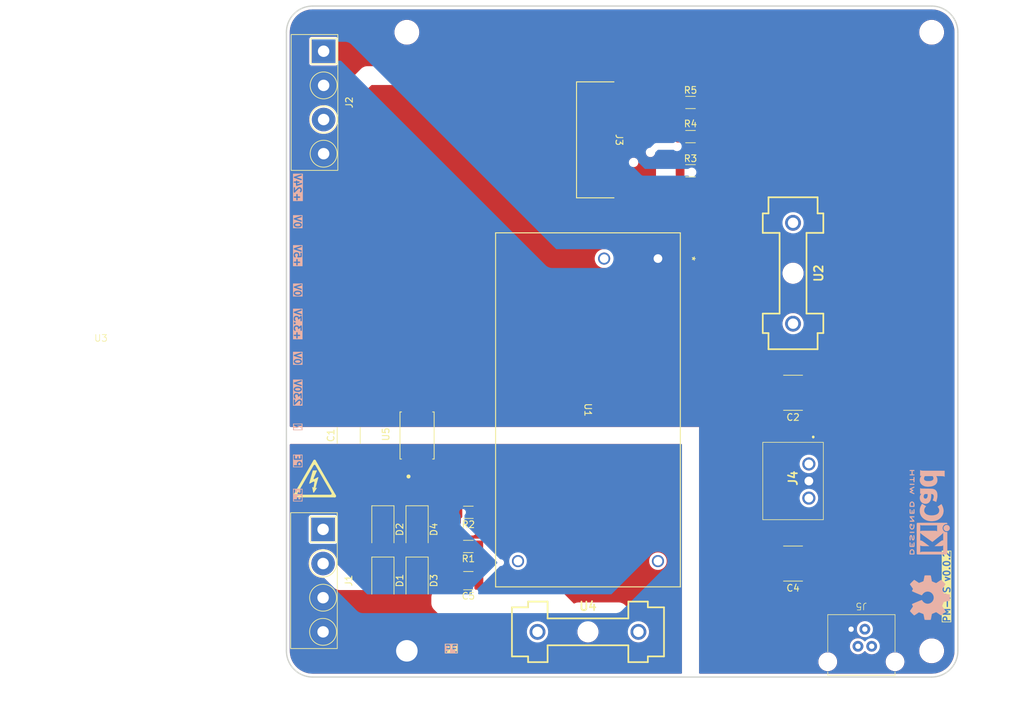
<source format=kicad_pcb>
(kicad_pcb (version 20240108) (generator "pcbnew") (generator_version "8.0")
  (title_block (title "${article} v${version}"))
  (layers (0 "F.Cu" signal) (31 "B.Cu" signal) (34 "B.Paste" user) (35 "F.Paste" user) (36 "B.SilkS" user "B.Silkscreen") (37 "F.SilkS" user "F.Silkscreen") (38 "B.Mask" user) (39 "F.Mask" user) (44 "Edge.Cuts" user))
  (property "article" "PM-PS")
  (property "version" "0.0.2")
  (net 0 "")
  (net 1 "GND")
  (net 2 "Net-(J1-Pin_1)")
  (net 3 "+5V")
  (net 4 "Net-(D1-K)")
  (net 5 "PE")
  (net 6 "230V")
  (net 7 "N")
  (net 8 "+24V")
  (net 9 "Net-(J4-VIN)")
  (net 10 "Net-(D1-A)")
  (net 11 "Net-(D2-K)")
  (net 12 "Net-(D3-K)")
  (net 13 "/subplates/+5V_LED")
  (net 16 "/subplates/230V_LED")
  (net 20 "/subplates/+24V_LED")
  (net 22 "/230V_LED")
  (net 23 "+3.3V")
  (footprint "Resistor_SMD:R_1206_3216Metric_Pad1.30x1.75mm_HandSolder" (layer "F.Cu") (at 85.09 64.77)
    (property "Reference" "R5" (at 0 -1.82 0) (layer "F.SilkS"))
    (property "Value" "4k7")
    (pad "1" smd roundrect (at -1.55 0) (size 1.3 1.75) (layers "F.Cu" "F.Paste" "F.Mask") (roundrect_rratio 0.192308) (net 8 "+24V"))
    (pad "2" smd roundrect (at 1.55 0) (size 1.3 1.75) (layers "F.Cu" "F.Paste" "F.Mask") (roundrect_rratio 0.192308) (net 20 "/subplates/+24V_LED"))
  )
  (footprint "Diode_SMD:D_SMA" (layer "F.Cu") (at 39.37 128.27 -90)
    (property "Reference" "D2" (at 0 -2.5 90) (layer "F.SilkS"))
    (property "Value" "1N4007")
    (pad "1" smd roundrect (at -2 0 270) (size 2.5 1.8) (layers "F.Cu" "F.Paste" "F.Mask") (roundrect_rratio 0.1388888889) (net 11 "Net-(D2-K)"))
    (pad "2" smd roundrect (at 2 0 270) (size 2.5 1.8) (layers "F.Cu" "F.Paste" "F.Mask") (roundrect_rratio 0.1388888889) (net 4 "Net-(D1-K)"))
  )
  (footprint "MountingHole:MountingHole_3.2mm_M3" (layer "F.Cu") (at 120.93 146.33)
    (property "Reference" "H3" (hide yes))
    (property "Value" "MountingHole")
    (pad "" np_thru_hole circle (at 0 0) (size 3.2 3.2) (drill 3.2) (layers "*.Cu" "*.Mask"))
  )
  (footprint "Capacitor_SMD:C_1210_3225Metric_Pad1.33x2.70mm_HandSolder" (layer "F.Cu") (at 52.07 135.89 180)
    (property "Reference" "C5" (at 0 -2.3 360) (layer "F.SilkS"))
    (property "Value" "150nF 630V")
    (pad "1" smd roundrect (at -1.5625 0 180) (size 1.325 2.7) (layers "F.Cu" "F.Paste" "F.Mask") (roundrect_rratio 0.188679) (net 6 "230V"))
    (pad "2" smd roundrect (at 1.5625 0 180) (size 1.325 2.7) (layers "F.Cu" "F.Paste" "F.Mask") (roundrect_rratio 0.188679) (net 4 "Net-(D1-K)"))
  )
  (footprint "kicad_inventree_lib:Degson_2EDGR-5.08-04P" (layer "F.Cu") (at 30.56 57.15 -90)
    (property "Reference" "J2" (at 7.62 -3.81 90) (layer "F.SilkS"))
    (property "Value" "2EDGR-5.08-04P")
    (pad "1" thru_hole rect (at 0 0 270) (size 3.5 3.5) (drill 1.7) (layers "*.Cu" "*.Mask") (net 8 "+24V"))
    (pad "2" thru_hole circle (at 5.08 0 270) (size 3.5 3.5) (drill 1.7) (layers "*.Cu" "*.Mask") (net 1 "GND"))
    (pad "3" thru_hole circle (at 10.16 0 270) (size 3.5 3.5) (drill 1.7) (layers "*.Cu" "*.Mask") (net 3 "+5V"))
    (pad "4" thru_hole circle (at 15.24 0 270) (size 3.5 3.5) (drill 1.7) (layers "*.Cu" "*.Mask") (net 1 "GND"))
  )
  (footprint "kicad_inventree_lib:PM-LED_v0.0.1" (layer "F.Cu") (at -2.54 100.33)
    (property "Reference" "U3" (at 0 -0.5 0) (layer "F.SilkS") (effects (font (thickness 0.1))))
    (property "Value" "PM-LED8_v0.0.1")
    (pad "" np_thru_hole circle (at -5 -47) (size 2.2 2.2) (drill 2.2) (layers "*.Cu" "*.Mask"))
    (pad "" np_thru_hole circle (at -5 47) (size 2.2 2.2) (drill 2.2) (layers "*.Cu" "*.Mask"))
    (pad "" np_thru_hole circle (at 12 -47) (size 2.2 2.2) (drill 2.2) (layers "*.Cu" "*.Mask"))
    (pad "" np_thru_hole circle (at 12 47) (size 2.2 2.2) (drill 2.2) (layers "*.Cu" "*.Mask"))
  )
  (footprint "kicad_inventree_lib:IRM-20-24_MWU" (layer "F.Cu") (at 80.2517 87.99 -90)
    (property "Reference" "U1" (at 22.500006 10.401698 -90) (layer "F.SilkS"))
    (property "Value" "IRM-20-24")
    (fp_text user "*" (at 0 -5 -90) (layer "F.SilkS"))
    (pad "1" thru_hole circle (at 0 0 270) (size 1.8034 1.8034) (drill 1.2954) (layers "*.Cu" "*.Mask") (net 1 "GND"))
    (pad "2" thru_hole circle (at 0 7.999999 270) (size 1.8034 1.8034) (drill 1.2954) (layers "*.Cu" "*.Mask") (net 8 "+24V"))
    (pad "3" thru_hole circle (at 45.000012 20.799999 270) (size 1.8034 1.8034) (drill 1.2954) (layers "*.Cu" "*.Mask") (net 6 "230V"))
    (pad "4" thru_hole circle (at 45.000012 0 270) (size 1.8034 1.8034) (drill 1.2954) (layers "*.Cu" "*.Mask") (net 7 "N"))
  )
  (footprint "kicad_inventree_lib:Degson_2EDGR-5.08-04P" (layer "F.Cu") (at 30.48 128.27 -90)
    (property "Reference" "J1" (at 7.62 -3.81 90) (layer "F.SilkS"))
    (property "Value" "2EDGR-5.08-04P")
    (pad "1" thru_hole rect (at 0 0 270) (size 3.5 3.5) (drill 1.7) (layers "*.Cu" "*.Mask") (net 2 "Net-(J1-Pin_1)"))
    (pad "2" thru_hole circle (at 5.08 0 270) (size 3.5 3.5) (drill 1.7) (layers "*.Cu" "*.Mask") (net 7 "N"))
    (pad "3" thru_hole circle (at 10.16 0 270) (size 3.5 3.5) (drill 1.7) (layers "*.Cu" "*.Mask") (net 5 "PE"))
    (pad "4" thru_hole circle (at 15.24 0 270) (size 3.5 3.5) (drill 1.7) (layers "*.Cu" "*.Mask") (net 5 "PE"))
  )
  (footprint "kicad_inventree_lib:C_2220_5750Metric_Pad1.97x5.40mm_HandSolder" (layer "F.Cu") (at 100.33 133.35 180)
    (property "Reference" "C4" (at 0 -3.65 0) (layer "F.SilkS"))
    (property "Value" "22uF")
    (pad "1" smd roundrect (at -2.6375 0 180) (size 1.975 5.4) (layers "F.Cu" "F.Paste" "F.Mask") (roundrect_rratio 0.126582) (net 3 "+5V"))
    (pad "2" smd roundrect (at 2.6375 0 180) (size 1.975 5.4) (layers "F.Cu" "F.Paste" "F.Mask") (roundrect_rratio 0.126582) (net 1 "GND"))
  )
  (footprint "kicad_inventree_lib:R-RJ11R04P-A802" (layer "F.Cu") (at 110.49 147.955 180)
    (property "Reference" "J5" (at 0 8.255 180) (layer "F.SilkS") (effects (font (thickness 0.1))))
    (property "Value" "R-RJ11R04P-A802")
    (pad "" np_thru_hole circle (at -5 0 180) (size 2.3 2.3) (drill 2.3) (layers "F&B.Cu" "*.Mask"))
    (pad "" np_thru_hole circle (at 5 0 180) (size 2.3 2.3) (drill 2.3) (layers "F&B.Cu" "*.Mask"))
    (pad "1" thru_hole circle (at -1.53 2.3 180) (size 1.6 1.6) (drill 0.79) (layers "*.Cu" "*.Mask") (net 3 "+5V"))
    (pad "2" thru_hole circle (at -0.51 4.84 180) (size 1.6 1.6) (drill 0.79) (layers "*.Cu" "*.Mask"))
    (pad "3" thru_hole circle (at 0.51 2.3 180) (size 1.6 1.6) (drill 0.79) (layers "*.Cu" "*.Mask"))
    (pad "4" thru_hole circle (at 1.53 4.84 180) (size 1.6 1.6) (drill 0.79) (layers "*.Cu" "*.Mask") (net 1 "GND"))
  )
  (footprint "Resistor_SMD:R_1206_3216Metric_Pad1.30x1.75mm_HandSolder" (layer "F.Cu") (at 52.07 130.81 180)
    (property "Reference" "R1" (at 0 -1.82 360) (layer "F.SilkS"))
    (property "Value" "680k")
    (pad "1" smd roundrect (at -1.55 0 180) (size 1.3 1.75) (layers "F.Cu" "F.Paste" "F.Mask") (roundrect_rratio 0.192308) (net 6 "230V"))
    (pad "2" smd roundrect (at 1.55 0 180) (size 1.3 1.75) (layers "F.Cu" "F.Paste" "F.Mask") (roundrect_rratio 0.192308) (net 4 "Net-(D1-K)"))
  )
  (footprint "Resistor_SMD:R_1206_3216Metric_Pad1.30x1.75mm_HandSolder" (layer "F.Cu") (at 52.07 125.73 180)
    (property "Reference" "R2" (at 0 -1.82 360) (layer "F.SilkS"))
    (property "Value" "100")
    (pad "1" smd roundrect (at -1.55 0 180) (size 1.3 1.75) (layers "F.Cu" "F.Paste" "F.Mask") (roundrect_rratio 0.192308) (net 7 "N"))
    (pad "2" smd roundrect (at 1.55 0 180) (size 1.3 1.75) (layers "F.Cu" "F.Paste" "F.Mask") (roundrect_rratio 0.192308) (net 12 "Net-(D3-K)"))
  )
  (footprint "Diode_SMD:D_SMA" (layer "F.Cu") (at 39.37 135.89 -90)
    (property "Reference" "D1" (at 0 -2.5 90) (layer "F.SilkS"))
    (property "Value" "1N4007")
    (pad "1" smd roundrect (at -2 0 270) (size 2.5 1.8) (layers "F.Cu" "F.Paste" "F.Mask") (roundrect_rratio 0.1388888889) (net 4 "Net-(D1-K)"))
    (pad "2" smd roundrect (at 2 0 270) (size 2.5 1.8) (layers "F.Cu" "F.Paste" "F.Mask") (roundrect_rratio 0.1388888889) (net 10 "Net-(D1-A)"))
  )
  (footprint "Capacitor_SMD:C_1812_4532Metric_Pad1.57x3.40mm_HandSolder" (layer "F.Cu") (at 34.29 114.3 90)
    (property "Reference" "C1" (at 0 -2.65 90) (layer "F.SilkS"))
    (property "Value" "4.7nF 2kV")
    (pad "1" smd roundrect (at -2.1375 0 90) (size 1.575 3.4) (layers "F.Cu" "F.Paste" "F.Mask") (roundrect_rratio 0.15873) (net 5 "PE"))
    (pad "2" smd roundrect (at 2.1375 0 90) (size 1.575 3.4) (layers "F.Cu" "F.Paste" "F.Mask") (roundrect_rratio 0.15873) (net 1 "GND"))
  )
  (footprint "NextPCB:Fuseholder" (layer "F.Cu") (at 69.85 143.51)
    (property "Reference" "U4" (at 0 -3.81 0) (layer "F.SilkS") (effects (font (size 1.27 1.27) (thickness 0.254))))
    (property "Value" "64900001039" (hide yes))
    (pad "" np_thru_hole circle (at 0 0) (size 2.65 2.65) (drill 2.65) (layers "*.Cu" "*.Mask"))
    (pad "1" thru_hole circle (at -7.5 0) (size 2.35 2.35) (drill 1.55) (layers "*.Cu" "*.Mask") (net 2 "Net-(J1-Pin_1)"))
    (pad "2" thru_hole circle (at 7.5 0) (size 2.35 2.35) (drill 1.55) (layers "*.Cu" "*.Mask") (net 6 "230V"))
  )
  (footprint "Diode_SMD:D_SMA" (layer "F.Cu") (at 44.45 135.89 -90)
    (property "Reference" "D3" (at 0 -2.5 90) (layer "F.SilkS"))
    (property "Value" "1N4007")
    (pad "1" smd roundrect (at -2 0 270) (size 2.5 1.8) (layers "F.Cu" "F.Paste" "F.Mask") (roundrect_rratio 0.1388888889) (net 12 "Net-(D3-K)"))
    (pad "2" smd roundrect (at 2 0 270) (size 2.5 1.8) (layers "F.Cu" "F.Paste" "F.Mask") (roundrect_rratio 0.1388888889) (net 10 "Net-(D1-A)"))
  )
  (footprint "Resistor_SMD:R_1206_3216Metric_Pad1.30x1.75mm_HandSolder" (layer "F.Cu") (at 85.09 74.93)
    (property "Reference" "R3" (at 0 -1.82 0) (layer "F.SilkS"))
    (property "Value" "330R")
    (pad "1" smd roundrect (at -1.55 0) (size 1.3 1.75) (layers "F.Cu" "F.Paste" "F.Mask") (roundrect_rratio 0.192308) (net 22 "/230V_LED"))
    (pad "2" smd roundrect (at 1.55 0) (size 1.3 1.75) (layers "F.Cu" "F.Paste" "F.Mask") (roundrect_rratio 0.192308) (net 16 "/subplates/230V_LED"))
  )
  (footprint "MountingHole:MountingHole_3.2mm_M3" (layer "F.Cu") (at 42.93 54.33)
    (property "Reference" "H1" (hide yes))
    (property "Value" "MountingHole")
    (pad "" np_thru_hole circle (at 0 0) (size 3.2 3.2) (drill 3.2) (layers "*.Cu" "*.Mask"))
  )
  (footprint "kicad_inventree_lib:symbol_high_voltage" (layer "F.Cu") (at 29.21 120.65)
    (property "Reference" "REF**" (hide yes))
    (property "Value" "symbol_high_voltage")
  )
  (footprint "kicad_inventree_lib:CONN10_AFA07-S10_JUS" (layer "F.Cu") (at 70.93 70.33 -90)
    (property "Reference" "J3" (at 0 -3.556 -90) (layer "F.SilkS"))
    (property "Value" "AFA07-S10FCC-00")
    (pad "1" smd rect (at -4.499991 -3.556 270) (size 0.635 1.8034) (layers "F.Cu" "F.Paste" "F.Mask"))
    (pad "2" smd rect (at -3.499993 -3.556 270) (size 0.635 1.8034) (layers "F.Cu" "F.Paste" "F.Mask") (net 20 "/subplates/+24V_LED"))
    (pad "3" smd rect (at -2.499995 -3.556 270) (size 0.635 1.8034) (layers "F.Cu" "F.Paste" "F.Mask") (net 13 "/subplates/+5V_LED"))
    (pad "4" smd rect (at -1.499997 -3.556 270) (size 0.635 1.8034) (layers "F.Cu" "F.Paste" "F.Mask"))
    (pad "5" smd rect (at -0.499999 -3.556 270) (size 0.635 1.8034) (layers "F.Cu" "F.Paste" "F.Mask"))
    (pad "6" smd rect (at 0.499999 -3.556 270) (size 0.635 1.8034) (layers "F.Cu" "F.Paste" "F.Mask"))
    (pad "7" smd rect (at 1.499997 -3.556 270) (size 0.635 1.8034) (layers "F.Cu" "F.Paste" "F.Mask"))
    (pad "8" smd rect (at 2.499995 -3.556 270) (size 0.635 1.8034) (layers "F.Cu" "F.Paste" "F.Mask"))
    (pad "9" smd rect (at 3.499993 -3.556 270) (size 0.635 1.8034) (layers "F.Cu" "F.Paste" "F.Mask") (net 16 "/subplates/230V_LED"))
    (pad "10" smd rect (at 4.499991 -3.556 270) (size 0.635 1.8034) (layers "F.Cu" "F.Paste" "F.Mask") (net 1 "GND"))
    (pad "11" smd rect (at -6.850002 -1.385999 270) (size 2.5908 2.9972) (layers "F.Cu" "F.Paste" "F.Mask"))
    (pad "12" smd rect (at 6.850002 -1.385999 270) (size 2.5908 2.9972) (layers "F.Cu" "F.Paste" "F.Mask"))
  )
  (footprint "NextPCB:Fuseholder" (layer "F.Cu") (at 100.33 90.17 -90)
    (property "Reference" "U2" (at 0 -3.81 90) (layer "F.SilkS") (effects (font (size 1.27 1.27) (thickness 0.254))))
    (property "Value" "64900001039" (hide yes))
    (pad "" np_thru_hole circle (at 0 0 270) (size 2.65 2.65) (drill 2.65) (layers "*.Cu" "*.Mask"))
    (pad "1" thru_hole circle (at -7.5 0 270) (size 2.35 2.35) (drill 1.55) (layers "*.Cu" "*.Mask") (net 8 "+24V"))
    (pad "2" thru_hole circle (at 7.5 0 270) (size 2.35 2.35) (drill 1.55) (layers "*.Cu" "*.Mask") (net 9 "Net-(J4-VIN)"))
  )
  (footprint "NextPCB:PC817XI_SOIC254P975X460-4N" (layer "F.Cu") (at 44.45 114.3 90)
    (property "Reference" "U5" (at 0.175 -4.635 90) (layer "F.SilkS"))
    (property "Value" "PC817")
    (pad "1" smd roundrect (at -4.29 -1.27 90) (size 2.13 1.57) (layers "F.Cu" "F.Paste" "F.Mask") (net 11 "Net-(D2-K)"))
    (pad "2" smd roundrect (at -4.29 1.27 90) (size 2.13 1.57) (layers "F.Cu" "F.Paste" "F.Mask") (net 10 "Net-(D1-A)"))
    (pad "3" smd roundrect (at 4.29 1.27 90) (size 2.13 1.57) (layers "F.Cu" "F.Paste" "F.Mask") (net 22 "/230V_LED"))
    (pad "4" smd roundrect (at 4.29 -1.27 90) (size 2.13 1.57) (layers "F.Cu" "F.Paste" "F.Mask") (net 23 "+3.3V"))
  )
  (footprint "Diode_SMD:D_SMA" (layer "F.Cu") (at 44.45 128.27 -90)
    (property "Reference" "D4" (at 0 -2.5 90) (layer "F.SilkS"))
    (property "Value" "1N4007")
    (pad "1" smd roundrect (at -2 0 270) (size 2.5 1.8) (layers "F.Cu" "F.Paste" "F.Mask") (roundrect_rratio 0.1388888889) (net 11 "Net-(D2-K)"))
    (pad "2" smd roundrect (at 2 0 270) (size 2.5 1.8) (layers "F.Cu" "F.Paste" "F.Mask") (roundrect_rratio 0.1388888889) (net 12 "Net-(D3-K)"))
  )
  (footprint "kicad_inventree_lib:PE" (layer "F.Cu") (at 42.93 146.33)
    (property "Reference" "PE1" (hide yes))
    (property "Value" "PE")
    (pad "1" thru_hole oval (at 0 0) (size 6.35 6.35) (drill 3.2) (layers "*.Cu" "*.Mask") (net 5 "PE"))
  )
  (footprint "kicad_inventree_lib:C_2220_5750Metric_Pad1.97x5.40mm_HandSolder" (layer "F.Cu") (at 100.33 107.95 180)
    (property "Reference" "C2" (at 0 -3.65 0) (layer "F.SilkS"))
    (property "Value" "22uF")
    (pad "1" smd roundrect (at -2.6375 0 180) (size 1.975 5.4) (layers "F.Cu" "F.Paste" "F.Mask") (roundrect_rratio 0.126582) (net 9 "Net-(J4-VIN)"))
    (pad "2" smd roundrect (at 2.6375 0 180) (size 1.975 5.4) (layers "F.Cu" "F.Paste" "F.Mask") (roundrect_rratio 0.126582) (net 1 "GND"))
  )
  (footprint "kicad_inventree_lib:K7805-2000R3" (layer "F.Cu") (at 102.68 118.535 -90)
    (property "Reference" "J4" (at 2.115 2.35 90) (layer "F.SilkS") (effects (font (size 1.27 1.27) (thickness 0.254))))
    (property "Value" "K7805-2000R3" (hide yes))
    (pad "1" thru_hole circle (at 0 0 270) (size 1.95 1.95) (drill 1.3) (layers "*.Cu" "*.Mask") (net 9 "Net-(J4-VIN)"))
    (pad "2" thru_hole circle (at 2.54 0 270) (size 1.95 1.95) (drill 1.3) (layers "*.Cu" "*.Mask") (net 1 "GND"))
    (pad "3" thru_hole circle (at 5.08 0 270) (size 1.95 1.95) (drill 1.3) (layers "*.Cu" "*.Mask") (net 3 "+5V"))
  )
  (footprint "Resistor_SMD:R_1206_3216Metric_Pad1.30x1.75mm_HandSolder" (layer "F.Cu") (at 85.09 69.85 180)
    (property "Reference" "R4" (at 0 1.905 0) (layer "F.SilkS"))
    (property "Value" "330R")
    (pad "1" smd roundrect (at -1.55 0 180) (size 1.3 1.75) (layers "F.Cu" "F.Paste" "F.Mask") (roundrect_rratio 0.192308) (net 3 "+5V"))
    (pad "2" smd roundrect (at 1.55 0 180) (size 1.3 1.75) (layers "F.Cu" "F.Paste" "F.Mask") (roundrect_rratio 0.192308) (net 13 "/subplates/+5V_LED"))
  )
  (footprint "MountingHole:MountingHole_3.2mm_M3" (layer "F.Cu") (at 120.93 54.33)
    (property "Reference" "H2" (hide yes))
    (property "Value" "MountingHole")
    (pad "" np_thru_hole circle (at 0 0) (size 3.2 3.2) (drill 3.2) (layers "*.Cu" "*.Mask"))
  )
  (footprint "Symbol:KiCad-Logo2_5mm_SilkScreen" (layer "B.Cu") (at 120.65 125.73 90)
    (property "Reference" "kicad_logo" (hide yes))
    (property "Value" "KiCad-Logo2_5mm_SilkScreen" (hide yes))
  )
  (footprint "Symbol:OSHW-Symbol_6.7x6mm_SilkScreen" (layer "B.Cu") (at 120.65 138.43 90)
    (property "Reference" "oshw_logo" (hide yes))
    (property "Value" "OSHW-Symbol_6.7x6mm_SilkScreen" (hide yes))
  )
  (gr_line (start 120.93 50.43) (end 28.93 50.43) (stroke (width 0.2)) (layer "Edge.Cuts"))
  (gr_arc (start 124.83 146.33) (mid 123.687716 149.087716) (end 120.93 150.23) (stroke (width 0.2)) (layer "Edge.Cuts"))
  (gr_line (start 124.83 146.33) (end 124.83 54.33) (stroke (width 0.2)) (layer "Edge.Cuts"))
  (gr_arc (start 25.03 54.33) (mid 26.172284 51.572284) (end 28.93 50.43) (stroke (width 0.2)) (layer "Edge.Cuts"))
  (gr_arc (start 28.93 150.23) (mid 26.172284 149.087716) (end 25.03 146.33) (stroke (width 0.2)) (layer "Edge.Cuts"))
  (gr_line (start 25.03 54.33) (end 25.03 146.33) (stroke (width 0.2)) (layer "Edge.Cuts"))
  (gr_line (start 28.93 150.23) (end 120.93 150.23) (stroke (width 0.2)) (layer "Edge.Cuts"))
  (gr_arc (start 120.93 50.43) (mid 123.687716 51.572284) (end 124.83 54.33) (stroke (width 0.2)) (layer "Edge.Cuts"))
  (gr_text "N" (at 26.67 113.03 270) (layer "B.SilkS" knockout) (effects (font (size 1 1) (thickness 0.2) (bold yes)) (justify mirror)))
  (gr_text "0V" (at 26.67 102.87 270) (layer "B.SilkS" knockout) (effects (font (size 1 1) (thickness 0.2) (bold yes)) (justify mirror)))
  (gr_text "PE" (at 49.53 146.05 -0) (layer "B.SilkS" knockout) (effects (font (size 1 1) (thickness 0.2) (bold yes)) (justify mirror)))
  (gr_text "0V" (at 26.67 92.71 270) (layer "B.SilkS" knockout) (effects (font (size 1 1) (thickness 0.2) (bold yes)) (justify mirror)))
  (gr_text "+24V" (at 26.67 77.47 270) (layer "B.SilkS" knockout) (effects (font (size 1 1) (thickness 0.2) (bold yes)) (justify mirror)))
  (gr_text "PE" (at 26.67 118.11 270) (layer "B.SilkS" knockout) (effects (font (size 1 1) (thickness 0.2) (bold yes)) (justify mirror)))
  (gr_text "0V" (at 26.67 82.55 270) (layer "B.SilkS" knockout) (effects (font (size 1 1) (thickness 0.2) (bold yes)) (justify mirror)))
  (gr_text "+5V" (at 26.67 87.63 270) (layer "B.SilkS" knockout) (effects (font (size 1 1) (thickness 0.2) (bold yes)) (justify mirror)))
  (gr_text "+3.3V" (at 26.67 97.79 270) (layer "B.SilkS" knockout) (effects (font (size 1 1) (thickness 0.2) (bold yes)) (justify mirror)))
  (gr_text "PE" (at 26.67 123.19 270) (layer "B.SilkS" knockout) (effects (font (size 1 1) (thickness 0.2) (bold yes)) (justify mirror)))
  (gr_text "230V" (at 26.67 107.95 270) (layer "B.SilkS" knockout) (effects (font (size 1 1) (thickness 0.2) (bold yes)) (justify mirror)))
  (gr_text "${article} v${version}" (at 123.19 142.24 90) (layer "F.SilkS" knockout) (effects (font (size 1 1) (thickness 0.2) (bold yes)) (justify left)))
  (gr_text "PE" (at 49.53 146.05 0) (layer "F.SilkS" knockout) (effects (font (size 1 1) (thickness 0.2) (bold yes))))
  (zone (net 5) (net_name "PE") (layers "F&B.Cu") (priority 1) (connect_pads yes (clearance 0)) (min_thickness 0.25) (fill yes (thermal_gap 0.5) (thermal_bridge_width 0.5))
    (polygon (pts (xy 83.82 151.13) (xy 83.82 115.57) (xy 24.13 115.57) (xy 24.13 149.86)))
  )
  (zone (net 1) (net_name "GND") (layers "F&B.Cu") (connect_pads yes (clearance 0)) (min_thickness 0.25) (fill yes (thermal_gap 0.5) (thermal_bridge_width 0.5))
    (polygon (pts (xy 24.13 49.53) (xy 24.13 113.03) (xy 86.36 113.03) (xy 86.36 151.13) (xy 125.73 151.13) (xy 125.73 49.53)))
  )
)
</source>
